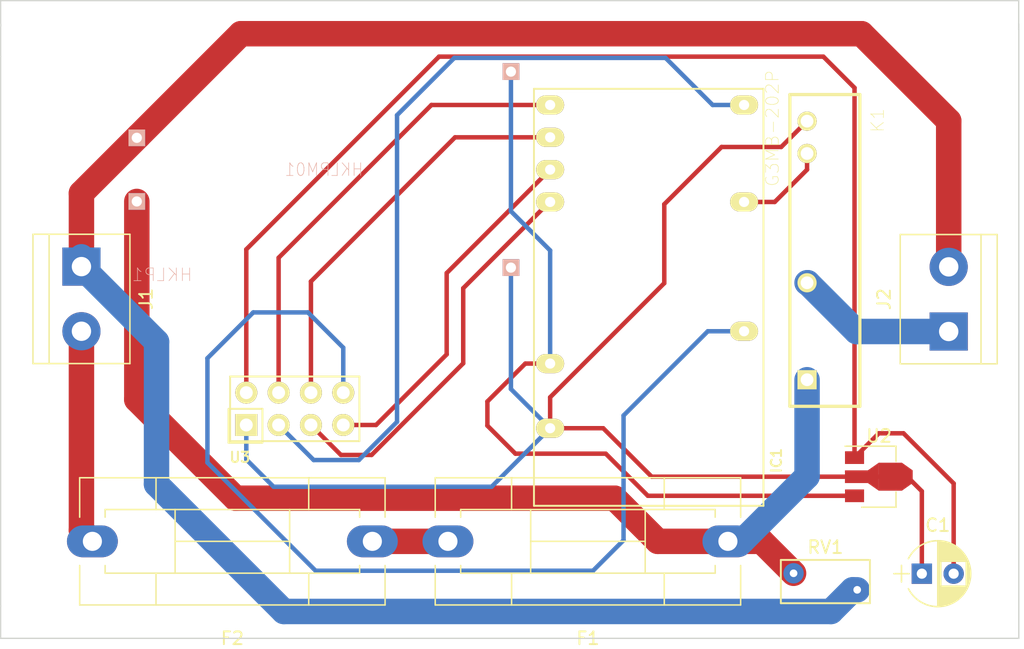
<source format=kicad_pcb>
(kicad_pcb (version 4) (host pcbnew 4.0.7-e2-6376~60~ubuntu17.10.1)

  (general
    (links 28)
    (no_connects 0)
    (area 31.699999 67.949999 112.405 119.185)
    (thickness 1.6)
    (drawings 8)
    (tracks 106)
    (zones 0)
    (modules 11)
    (nets 16)
  )

  (page A4)
  (layers
    (0 F.Cu signal)
    (31 B.Cu signal)
    (32 B.Adhes user)
    (33 F.Adhes user)
    (34 B.Paste user)
    (35 F.Paste user)
    (36 B.SilkS user)
    (37 F.SilkS user)
    (38 B.Mask user)
    (39 F.Mask user)
    (40 Dwgs.User user)
    (41 Cmts.User user)
    (42 Eco1.User user)
    (43 Eco2.User user)
    (44 Edge.Cuts user)
    (45 Margin user)
    (46 B.CrtYd user)
    (47 F.CrtYd user)
    (48 B.Fab user)
    (49 F.Fab user)
  )

  (setup
    (last_trace_width 0.35)
    (user_trace_width 0.35)
    (user_trace_width 2)
    (trace_clearance 0.2)
    (zone_clearance 0.508)
    (zone_45_only no)
    (trace_min 0.2)
    (segment_width 0.2)
    (edge_width 0.1)
    (via_size 0.6)
    (via_drill 0.4)
    (via_min_size 0.4)
    (via_min_drill 0.3)
    (uvia_size 0.3)
    (uvia_drill 0.1)
    (uvias_allowed no)
    (uvia_min_size 0.2)
    (uvia_min_drill 0.1)
    (pcb_text_width 0.3)
    (pcb_text_size 1.5 1.5)
    (mod_edge_width 0.15)
    (mod_text_size 1 1)
    (mod_text_width 0.15)
    (pad_size 1.5 1.5)
    (pad_drill 0.6)
    (pad_to_mask_clearance 0)
    (aux_axis_origin 0 0)
    (visible_elements FFFFFF7F)
    (pcbplotparams
      (layerselection 0x01030_80000001)
      (usegerberextensions false)
      (excludeedgelayer true)
      (linewidth 0.100000)
      (plotframeref false)
      (viasonmask false)
      (mode 1)
      (useauxorigin false)
      (hpglpennumber 1)
      (hpglpenspeed 20)
      (hpglpendiameter 15)
      (hpglpenoverlay 2)
      (psnegative false)
      (psa4output false)
      (plotreference true)
      (plotvalue true)
      (plotinvisibletext false)
      (padsonsilk false)
      (subtractmaskfromsilk false)
      (outputformat 1)
      (mirror false)
      (drillshape 0)
      (scaleselection 1)
      (outputdirectory Gerber/))
  )

  (net 0 "")
  (net 1 "Net-(C1-Pad1)")
  (net 2 "Net-(C1-Pad2)")
  (net 3 "Net-(F1-Pad2)")
  (net 4 "Net-(F1-Pad1)")
  (net 5 "Net-(F2-Pad2)")
  (net 6 "Net-(HKLP1-PadP$2)")
  (net 7 "Net-(HKLP1-PadP$4)")
  (net 8 /a2)
  (net 9 "Net-(IC1-Pad9)")
  (net 10 /a3)
  (net 11 /a1)
  (net 12 /a5)
  (net 13 /a4)
  (net 14 /a6)
  (net 15 "Net-(J2-Pad1)")

  (net_class Default "Esta es la clase de red por defecto."
    (clearance 0.2)
    (trace_width 0.25)
    (via_dia 0.6)
    (via_drill 0.4)
    (uvia_dia 0.3)
    (uvia_drill 0.1)
    (add_net /a1)
    (add_net /a2)
    (add_net /a3)
    (add_net /a4)
    (add_net /a5)
    (add_net /a6)
    (add_net "Net-(C1-Pad1)")
    (add_net "Net-(C1-Pad2)")
    (add_net "Net-(F1-Pad1)")
    (add_net "Net-(F1-Pad2)")
    (add_net "Net-(F2-Pad2)")
    (add_net "Net-(HKLP1-PadP$2)")
    (add_net "Net-(HKLP1-PadP$4)")
    (add_net "Net-(IC1-Pad9)")
    (add_net "Net-(J2-Pad1)")
  )

  (net_class 220 ""
    (clearance 0.2)
    (trace_width 0.75)
    (via_dia 0.6)
    (via_drill 0.4)
    (uvia_dia 0.3)
    (uvia_drill 0.1)
  )

  (module Capacitors_THT:CP_Radial_D5.0mm_P2.50mm (layer F.Cu) (tedit 597BC7C2) (tstamp 5A4E7D92)
    (at 104.14 113.03)
    (descr "CP, Radial series, Radial, pin pitch=2.50mm, , diameter=5mm, Electrolytic Capacitor")
    (tags "CP Radial series Radial pin pitch 2.50mm  diameter 5mm Electrolytic Capacitor")
    (path /5A1F4CD8)
    (fp_text reference C1 (at 1.25 -3.81) (layer F.SilkS)
      (effects (font (size 1 1) (thickness 0.15)))
    )
    (fp_text value CP1 (at 1.25 3.81) (layer F.Fab)
      (effects (font (size 1 1) (thickness 0.15)))
    )
    (fp_arc (start 1.25 0) (end -1.05558 -1.18) (angle 125.8) (layer F.SilkS) (width 0.12))
    (fp_arc (start 1.25 0) (end -1.05558 1.18) (angle -125.8) (layer F.SilkS) (width 0.12))
    (fp_arc (start 1.25 0) (end 3.55558 -1.18) (angle 54.2) (layer F.SilkS) (width 0.12))
    (fp_circle (center 1.25 0) (end 3.75 0) (layer F.Fab) (width 0.1))
    (fp_line (start -2.2 0) (end -1 0) (layer F.Fab) (width 0.1))
    (fp_line (start -1.6 -0.65) (end -1.6 0.65) (layer F.Fab) (width 0.1))
    (fp_line (start 1.25 -2.55) (end 1.25 2.55) (layer F.SilkS) (width 0.12))
    (fp_line (start 1.29 -2.55) (end 1.29 2.55) (layer F.SilkS) (width 0.12))
    (fp_line (start 1.33 -2.549) (end 1.33 2.549) (layer F.SilkS) (width 0.12))
    (fp_line (start 1.37 -2.548) (end 1.37 2.548) (layer F.SilkS) (width 0.12))
    (fp_line (start 1.41 -2.546) (end 1.41 2.546) (layer F.SilkS) (width 0.12))
    (fp_line (start 1.45 -2.543) (end 1.45 2.543) (layer F.SilkS) (width 0.12))
    (fp_line (start 1.49 -2.539) (end 1.49 2.539) (layer F.SilkS) (width 0.12))
    (fp_line (start 1.53 -2.535) (end 1.53 -0.98) (layer F.SilkS) (width 0.12))
    (fp_line (start 1.53 0.98) (end 1.53 2.535) (layer F.SilkS) (width 0.12))
    (fp_line (start 1.57 -2.531) (end 1.57 -0.98) (layer F.SilkS) (width 0.12))
    (fp_line (start 1.57 0.98) (end 1.57 2.531) (layer F.SilkS) (width 0.12))
    (fp_line (start 1.61 -2.525) (end 1.61 -0.98) (layer F.SilkS) (width 0.12))
    (fp_line (start 1.61 0.98) (end 1.61 2.525) (layer F.SilkS) (width 0.12))
    (fp_line (start 1.65 -2.519) (end 1.65 -0.98) (layer F.SilkS) (width 0.12))
    (fp_line (start 1.65 0.98) (end 1.65 2.519) (layer F.SilkS) (width 0.12))
    (fp_line (start 1.69 -2.513) (end 1.69 -0.98) (layer F.SilkS) (width 0.12))
    (fp_line (start 1.69 0.98) (end 1.69 2.513) (layer F.SilkS) (width 0.12))
    (fp_line (start 1.73 -2.506) (end 1.73 -0.98) (layer F.SilkS) (width 0.12))
    (fp_line (start 1.73 0.98) (end 1.73 2.506) (layer F.SilkS) (width 0.12))
    (fp_line (start 1.77 -2.498) (end 1.77 -0.98) (layer F.SilkS) (width 0.12))
    (fp_line (start 1.77 0.98) (end 1.77 2.498) (layer F.SilkS) (width 0.12))
    (fp_line (start 1.81 -2.489) (end 1.81 -0.98) (layer F.SilkS) (width 0.12))
    (fp_line (start 1.81 0.98) (end 1.81 2.489) (layer F.SilkS) (width 0.12))
    (fp_line (start 1.85 -2.48) (end 1.85 -0.98) (layer F.SilkS) (width 0.12))
    (fp_line (start 1.85 0.98) (end 1.85 2.48) (layer F.SilkS) (width 0.12))
    (fp_line (start 1.89 -2.47) (end 1.89 -0.98) (layer F.SilkS) (width 0.12))
    (fp_line (start 1.89 0.98) (end 1.89 2.47) (layer F.SilkS) (width 0.12))
    (fp_line (start 1.93 -2.46) (end 1.93 -0.98) (layer F.SilkS) (width 0.12))
    (fp_line (start 1.93 0.98) (end 1.93 2.46) (layer F.SilkS) (width 0.12))
    (fp_line (start 1.971 -2.448) (end 1.971 -0.98) (layer F.SilkS) (width 0.12))
    (fp_line (start 1.971 0.98) (end 1.971 2.448) (layer F.SilkS) (width 0.12))
    (fp_line (start 2.011 -2.436) (end 2.011 -0.98) (layer F.SilkS) (width 0.12))
    (fp_line (start 2.011 0.98) (end 2.011 2.436) (layer F.SilkS) (width 0.12))
    (fp_line (start 2.051 -2.424) (end 2.051 -0.98) (layer F.SilkS) (width 0.12))
    (fp_line (start 2.051 0.98) (end 2.051 2.424) (layer F.SilkS) (width 0.12))
    (fp_line (start 2.091 -2.41) (end 2.091 -0.98) (layer F.SilkS) (width 0.12))
    (fp_line (start 2.091 0.98) (end 2.091 2.41) (layer F.SilkS) (width 0.12))
    (fp_line (start 2.131 -2.396) (end 2.131 -0.98) (layer F.SilkS) (width 0.12))
    (fp_line (start 2.131 0.98) (end 2.131 2.396) (layer F.SilkS) (width 0.12))
    (fp_line (start 2.171 -2.382) (end 2.171 -0.98) (layer F.SilkS) (width 0.12))
    (fp_line (start 2.171 0.98) (end 2.171 2.382) (layer F.SilkS) (width 0.12))
    (fp_line (start 2.211 -2.366) (end 2.211 -0.98) (layer F.SilkS) (width 0.12))
    (fp_line (start 2.211 0.98) (end 2.211 2.366) (layer F.SilkS) (width 0.12))
    (fp_line (start 2.251 -2.35) (end 2.251 -0.98) (layer F.SilkS) (width 0.12))
    (fp_line (start 2.251 0.98) (end 2.251 2.35) (layer F.SilkS) (width 0.12))
    (fp_line (start 2.291 -2.333) (end 2.291 -0.98) (layer F.SilkS) (width 0.12))
    (fp_line (start 2.291 0.98) (end 2.291 2.333) (layer F.SilkS) (width 0.12))
    (fp_line (start 2.331 -2.315) (end 2.331 -0.98) (layer F.SilkS) (width 0.12))
    (fp_line (start 2.331 0.98) (end 2.331 2.315) (layer F.SilkS) (width 0.12))
    (fp_line (start 2.371 -2.296) (end 2.371 -0.98) (layer F.SilkS) (width 0.12))
    (fp_line (start 2.371 0.98) (end 2.371 2.296) (layer F.SilkS) (width 0.12))
    (fp_line (start 2.411 -2.276) (end 2.411 -0.98) (layer F.SilkS) (width 0.12))
    (fp_line (start 2.411 0.98) (end 2.411 2.276) (layer F.SilkS) (width 0.12))
    (fp_line (start 2.451 -2.256) (end 2.451 -0.98) (layer F.SilkS) (width 0.12))
    (fp_line (start 2.451 0.98) (end 2.451 2.256) (layer F.SilkS) (width 0.12))
    (fp_line (start 2.491 -2.234) (end 2.491 -0.98) (layer F.SilkS) (width 0.12))
    (fp_line (start 2.491 0.98) (end 2.491 2.234) (layer F.SilkS) (width 0.12))
    (fp_line (start 2.531 -2.212) (end 2.531 -0.98) (layer F.SilkS) (width 0.12))
    (fp_line (start 2.531 0.98) (end 2.531 2.212) (layer F.SilkS) (width 0.12))
    (fp_line (start 2.571 -2.189) (end 2.571 -0.98) (layer F.SilkS) (width 0.12))
    (fp_line (start 2.571 0.98) (end 2.571 2.189) (layer F.SilkS) (width 0.12))
    (fp_line (start 2.611 -2.165) (end 2.611 -0.98) (layer F.SilkS) (width 0.12))
    (fp_line (start 2.611 0.98) (end 2.611 2.165) (layer F.SilkS) (width 0.12))
    (fp_line (start 2.651 -2.14) (end 2.651 -0.98) (layer F.SilkS) (width 0.12))
    (fp_line (start 2.651 0.98) (end 2.651 2.14) (layer F.SilkS) (width 0.12))
    (fp_line (start 2.691 -2.113) (end 2.691 -0.98) (layer F.SilkS) (width 0.12))
    (fp_line (start 2.691 0.98) (end 2.691 2.113) (layer F.SilkS) (width 0.12))
    (fp_line (start 2.731 -2.086) (end 2.731 -0.98) (layer F.SilkS) (width 0.12))
    (fp_line (start 2.731 0.98) (end 2.731 2.086) (layer F.SilkS) (width 0.12))
    (fp_line (start 2.771 -2.058) (end 2.771 -0.98) (layer F.SilkS) (width 0.12))
    (fp_line (start 2.771 0.98) (end 2.771 2.058) (layer F.SilkS) (width 0.12))
    (fp_line (start 2.811 -2.028) (end 2.811 -0.98) (layer F.SilkS) (width 0.12))
    (fp_line (start 2.811 0.98) (end 2.811 2.028) (layer F.SilkS) (width 0.12))
    (fp_line (start 2.851 -1.997) (end 2.851 -0.98) (layer F.SilkS) (width 0.12))
    (fp_line (start 2.851 0.98) (end 2.851 1.997) (layer F.SilkS) (width 0.12))
    (fp_line (start 2.891 -1.965) (end 2.891 -0.98) (layer F.SilkS) (width 0.12))
    (fp_line (start 2.891 0.98) (end 2.891 1.965) (layer F.SilkS) (width 0.12))
    (fp_line (start 2.931 -1.932) (end 2.931 -0.98) (layer F.SilkS) (width 0.12))
    (fp_line (start 2.931 0.98) (end 2.931 1.932) (layer F.SilkS) (width 0.12))
    (fp_line (start 2.971 -1.897) (end 2.971 -0.98) (layer F.SilkS) (width 0.12))
    (fp_line (start 2.971 0.98) (end 2.971 1.897) (layer F.SilkS) (width 0.12))
    (fp_line (start 3.011 -1.861) (end 3.011 -0.98) (layer F.SilkS) (width 0.12))
    (fp_line (start 3.011 0.98) (end 3.011 1.861) (layer F.SilkS) (width 0.12))
    (fp_line (start 3.051 -1.823) (end 3.051 -0.98) (layer F.SilkS) (width 0.12))
    (fp_line (start 3.051 0.98) (end 3.051 1.823) (layer F.SilkS) (width 0.12))
    (fp_line (start 3.091 -1.783) (end 3.091 -0.98) (layer F.SilkS) (width 0.12))
    (fp_line (start 3.091 0.98) (end 3.091 1.783) (layer F.SilkS) (width 0.12))
    (fp_line (start 3.131 -1.742) (end 3.131 -0.98) (layer F.SilkS) (width 0.12))
    (fp_line (start 3.131 0.98) (end 3.131 1.742) (layer F.SilkS) (width 0.12))
    (fp_line (start 3.171 -1.699) (end 3.171 -0.98) (layer F.SilkS) (width 0.12))
    (fp_line (start 3.171 0.98) (end 3.171 1.699) (layer F.SilkS) (width 0.12))
    (fp_line (start 3.211 -1.654) (end 3.211 -0.98) (layer F.SilkS) (width 0.12))
    (fp_line (start 3.211 0.98) (end 3.211 1.654) (layer F.SilkS) (width 0.12))
    (fp_line (start 3.251 -1.606) (end 3.251 -0.98) (layer F.SilkS) (width 0.12))
    (fp_line (start 3.251 0.98) (end 3.251 1.606) (layer F.SilkS) (width 0.12))
    (fp_line (start 3.291 -1.556) (end 3.291 -0.98) (layer F.SilkS) (width 0.12))
    (fp_line (start 3.291 0.98) (end 3.291 1.556) (layer F.SilkS) (width 0.12))
    (fp_line (start 3.331 -1.504) (end 3.331 -0.98) (layer F.SilkS) (width 0.12))
    (fp_line (start 3.331 0.98) (end 3.331 1.504) (layer F.SilkS) (width 0.12))
    (fp_line (start 3.371 -1.448) (end 3.371 -0.98) (layer F.SilkS) (width 0.12))
    (fp_line (start 3.371 0.98) (end 3.371 1.448) (layer F.SilkS) (width 0.12))
    (fp_line (start 3.411 -1.39) (end 3.411 -0.98) (layer F.SilkS) (width 0.12))
    (fp_line (start 3.411 0.98) (end 3.411 1.39) (layer F.SilkS) (width 0.12))
    (fp_line (start 3.451 -1.327) (end 3.451 -0.98) (layer F.SilkS) (width 0.12))
    (fp_line (start 3.451 0.98) (end 3.451 1.327) (layer F.SilkS) (width 0.12))
    (fp_line (start 3.491 -1.261) (end 3.491 1.261) (layer F.SilkS) (width 0.12))
    (fp_line (start 3.531 -1.189) (end 3.531 1.189) (layer F.SilkS) (width 0.12))
    (fp_line (start 3.571 -1.112) (end 3.571 1.112) (layer F.SilkS) (width 0.12))
    (fp_line (start 3.611 -1.028) (end 3.611 1.028) (layer F.SilkS) (width 0.12))
    (fp_line (start 3.651 -0.934) (end 3.651 0.934) (layer F.SilkS) (width 0.12))
    (fp_line (start 3.691 -0.829) (end 3.691 0.829) (layer F.SilkS) (width 0.12))
    (fp_line (start 3.731 -0.707) (end 3.731 0.707) (layer F.SilkS) (width 0.12))
    (fp_line (start 3.771 -0.559) (end 3.771 0.559) (layer F.SilkS) (width 0.12))
    (fp_line (start 3.811 -0.354) (end 3.811 0.354) (layer F.SilkS) (width 0.12))
    (fp_line (start -2.2 0) (end -1 0) (layer F.SilkS) (width 0.12))
    (fp_line (start -1.6 -0.65) (end -1.6 0.65) (layer F.SilkS) (width 0.12))
    (fp_line (start -1.6 -2.85) (end -1.6 2.85) (layer F.CrtYd) (width 0.05))
    (fp_line (start -1.6 2.85) (end 4.1 2.85) (layer F.CrtYd) (width 0.05))
    (fp_line (start 4.1 2.85) (end 4.1 -2.85) (layer F.CrtYd) (width 0.05))
    (fp_line (start 4.1 -2.85) (end -1.6 -2.85) (layer F.CrtYd) (width 0.05))
    (fp_text user %R (at 1.25 0) (layer F.Fab)
      (effects (font (size 1 1) (thickness 0.15)))
    )
    (pad 1 thru_hole rect (at 0 0) (size 1.6 1.6) (drill 0.8) (layers *.Cu *.Mask)
      (net 1 "Net-(C1-Pad1)"))
    (pad 2 thru_hole circle (at 2.5 0) (size 1.6 1.6) (drill 0.8) (layers *.Cu *.Mask)
      (net 2 "Net-(C1-Pad2)"))
    (model ${KISYS3DMOD}/Capacitors_THT.3dshapes/CP_Radial_D5.0mm_P2.50mm.wrl
      (at (xyz 0 0 0))
      (scale (xyz 1 1 1))
      (rotate (xyz 0 0 0))
    )
  )

  (module Fuse_Holders_and_Fuses:Fuseholder5x20_horiz_SemiClosed_Casing10x25mm (layer F.Cu) (tedit 5880C4BF) (tstamp 5A4E7D98)
    (at 88.9 110.49 180)
    (descr "Fuseholder, 5x20, Semi closed, horizontal, Casing 10x25mm,")
    (tags "Fuseholder 5x20 Semi closed horizontal Casing 10x25mm Sicherungshalter halbgeschlossen ")
    (path /5A17AC9F)
    (fp_text reference F1 (at 11 -7.62 180) (layer F.SilkS)
      (effects (font (size 1 1) (thickness 0.15)))
    )
    (fp_text value Fusible (at 12.27 7.62 180) (layer F.Fab)
      (effects (font (size 1 1) (thickness 0.15)))
    )
    (fp_line (start 5 2.5) (end 5 4.9) (layer F.Fab) (width 0.1))
    (fp_line (start 17 -2.5) (end 17 -4.9) (layer F.Fab) (width 0.1))
    (fp_line (start 17 2.5) (end 17 4.95) (layer F.Fab) (width 0.1))
    (fp_line (start 15.5 -2.5) (end 15.5 2.5) (layer F.Fab) (width 0.1))
    (fp_line (start 6.5 0) (end 15.5 0) (layer F.Fab) (width 0.1))
    (fp_line (start 6.5 -2.5) (end 6.5 2.5) (layer F.Fab) (width 0.1))
    (fp_line (start 5 -4.9) (end 5 -2.5) (layer F.Fab) (width 0.1))
    (fp_line (start 1 -2.5) (end 1 2.5) (layer F.Fab) (width 0.1))
    (fp_line (start 1 2.5) (end 21 2.5) (layer F.Fab) (width 0.1))
    (fp_line (start 21 2.5) (end 21 -2.5) (layer F.Fab) (width 0.1))
    (fp_line (start 21 -2.5) (end 1 -2.5) (layer F.Fab) (width 0.1))
    (fp_line (start -0.9 -4.9) (end -0.9 4.9) (layer F.Fab) (width 0.1))
    (fp_line (start -0.9 4.9) (end 22.9 4.9) (layer F.Fab) (width 0.1))
    (fp_line (start 22.9 4.9) (end 22.9 -4.9) (layer F.Fab) (width 0.1))
    (fp_line (start 22.9 -4.9) (end -0.9 -4.9) (layer F.Fab) (width 0.1))
    (fp_line (start 5 -2.5) (end 5 -5) (layer F.SilkS) (width 0.12))
    (fp_line (start 5 5) (end 5 2.5) (layer F.SilkS) (width 0.12))
    (fp_line (start 17 5) (end 17 2.5) (layer F.SilkS) (width 0.12))
    (fp_line (start 17 -5) (end 17 -2.5) (layer F.SilkS) (width 0.12))
    (fp_line (start 6.5 0) (end 15.5 0) (layer F.SilkS) (width 0.12))
    (fp_line (start 6.5 -2.5) (end 6.5 2.5) (layer F.SilkS) (width 0.12))
    (fp_line (start 15.5 -2.5) (end 15.5 2.5) (layer F.SilkS) (width 0.12))
    (fp_line (start 21 -1.9) (end 21 -2.5) (layer F.SilkS) (width 0.12))
    (fp_line (start 1 1.9) (end 1 2.5) (layer F.SilkS) (width 0.12))
    (fp_line (start 1 2.5) (end 21 2.5) (layer F.SilkS) (width 0.12))
    (fp_line (start 21 2.5) (end 21 1.9) (layer F.SilkS) (width 0.12))
    (fp_line (start 21 -2.5) (end 1 -2.5) (layer F.SilkS) (width 0.12))
    (fp_line (start 1 -2.5) (end 1 -1.9) (layer F.SilkS) (width 0.12))
    (fp_line (start 23 -1.9) (end 23 -5) (layer F.SilkS) (width 0.12))
    (fp_line (start -1 1.9) (end -1 5) (layer F.SilkS) (width 0.12))
    (fp_line (start -1 5) (end 23 5) (layer F.SilkS) (width 0.12))
    (fp_line (start 23 5) (end 23 1.9) (layer F.SilkS) (width 0.12))
    (fp_line (start 23 -5) (end -1 -5) (layer F.SilkS) (width 0.12))
    (fp_line (start -1 -5) (end -1 -1.9) (layer F.SilkS) (width 0.12))
    (fp_line (start -1.5 -5.15) (end 23.5 -5.15) (layer F.CrtYd) (width 0.05))
    (fp_line (start -1.5 -5.15) (end -1.5 5.2) (layer F.CrtYd) (width 0.05))
    (fp_line (start 23.5 5.2) (end 23.5 -5.15) (layer F.CrtYd) (width 0.05))
    (fp_line (start 23.5 5.2) (end -1.5 5.2) (layer F.CrtYd) (width 0.05))
    (pad 2 thru_hole oval (at 22 0 90) (size 2.5 4) (drill 1.5) (layers *.Cu *.Mask)
      (net 3 "Net-(F1-Pad2)"))
    (pad 1 thru_hole oval (at 0 0 90) (size 2.5 4) (drill 1.5) (layers *.Cu *.Mask)
      (net 4 "Net-(F1-Pad1)"))
  )

  (module Fuse_Holders_and_Fuses:Fuseholder5x20_horiz_SemiClosed_Casing10x25mm (layer F.Cu) (tedit 5880C4BF) (tstamp 5A4E7D9E)
    (at 60.96 110.49 180)
    (descr "Fuseholder, 5x20, Semi closed, horizontal, Casing 10x25mm,")
    (tags "Fuseholder 5x20 Semi closed horizontal Casing 10x25mm Sicherungshalter halbgeschlossen ")
    (path /5A17B00C)
    (fp_text reference F2 (at 11 -7.62 180) (layer F.SilkS)
      (effects (font (size 1 1) (thickness 0.15)))
    )
    (fp_text value Termo (at 12.27 7.62 180) (layer F.Fab)
      (effects (font (size 1 1) (thickness 0.15)))
    )
    (fp_line (start 5 2.5) (end 5 4.9) (layer F.Fab) (width 0.1))
    (fp_line (start 17 -2.5) (end 17 -4.9) (layer F.Fab) (width 0.1))
    (fp_line (start 17 2.5) (end 17 4.95) (layer F.Fab) (width 0.1))
    (fp_line (start 15.5 -2.5) (end 15.5 2.5) (layer F.Fab) (width 0.1))
    (fp_line (start 6.5 0) (end 15.5 0) (layer F.Fab) (width 0.1))
    (fp_line (start 6.5 -2.5) (end 6.5 2.5) (layer F.Fab) (width 0.1))
    (fp_line (start 5 -4.9) (end 5 -2.5) (layer F.Fab) (width 0.1))
    (fp_line (start 1 -2.5) (end 1 2.5) (layer F.Fab) (width 0.1))
    (fp_line (start 1 2.5) (end 21 2.5) (layer F.Fab) (width 0.1))
    (fp_line (start 21 2.5) (end 21 -2.5) (layer F.Fab) (width 0.1))
    (fp_line (start 21 -2.5) (end 1 -2.5) (layer F.Fab) (width 0.1))
    (fp_line (start -0.9 -4.9) (end -0.9 4.9) (layer F.Fab) (width 0.1))
    (fp_line (start -0.9 4.9) (end 22.9 4.9) (layer F.Fab) (width 0.1))
    (fp_line (start 22.9 4.9) (end 22.9 -4.9) (layer F.Fab) (width 0.1))
    (fp_line (start 22.9 -4.9) (end -0.9 -4.9) (layer F.Fab) (width 0.1))
    (fp_line (start 5 -2.5) (end 5 -5) (layer F.SilkS) (width 0.12))
    (fp_line (start 5 5) (end 5 2.5) (layer F.SilkS) (width 0.12))
    (fp_line (start 17 5) (end 17 2.5) (layer F.SilkS) (width 0.12))
    (fp_line (start 17 -5) (end 17 -2.5) (layer F.SilkS) (width 0.12))
    (fp_line (start 6.5 0) (end 15.5 0) (layer F.SilkS) (width 0.12))
    (fp_line (start 6.5 -2.5) (end 6.5 2.5) (layer F.SilkS) (width 0.12))
    (fp_line (start 15.5 -2.5) (end 15.5 2.5) (layer F.SilkS) (width 0.12))
    (fp_line (start 21 -1.9) (end 21 -2.5) (layer F.SilkS) (width 0.12))
    (fp_line (start 1 1.9) (end 1 2.5) (layer F.SilkS) (width 0.12))
    (fp_line (start 1 2.5) (end 21 2.5) (layer F.SilkS) (width 0.12))
    (fp_line (start 21 2.5) (end 21 1.9) (layer F.SilkS) (width 0.12))
    (fp_line (start 21 -2.5) (end 1 -2.5) (layer F.SilkS) (width 0.12))
    (fp_line (start 1 -2.5) (end 1 -1.9) (layer F.SilkS) (width 0.12))
    (fp_line (start 23 -1.9) (end 23 -5) (layer F.SilkS) (width 0.12))
    (fp_line (start -1 1.9) (end -1 5) (layer F.SilkS) (width 0.12))
    (fp_line (start -1 5) (end 23 5) (layer F.SilkS) (width 0.12))
    (fp_line (start 23 5) (end 23 1.9) (layer F.SilkS) (width 0.12))
    (fp_line (start 23 -5) (end -1 -5) (layer F.SilkS) (width 0.12))
    (fp_line (start -1 -5) (end -1 -1.9) (layer F.SilkS) (width 0.12))
    (fp_line (start -1.5 -5.15) (end 23.5 -5.15) (layer F.CrtYd) (width 0.05))
    (fp_line (start -1.5 -5.15) (end -1.5 5.2) (layer F.CrtYd) (width 0.05))
    (fp_line (start 23.5 5.2) (end 23.5 -5.15) (layer F.CrtYd) (width 0.05))
    (fp_line (start 23.5 5.2) (end -1.5 5.2) (layer F.CrtYd) (width 0.05))
    (pad 2 thru_hole oval (at 22 0 90) (size 2.5 4) (drill 1.5) (layers *.Cu *.Mask)
      (net 5 "Net-(F2-Pad2)"))
    (pad 1 thru_hole oval (at 0 0 90) (size 2.5 4) (drill 1.5) (layers *.Cu *.Mask)
      (net 3 "Net-(F1-Pad2)"))
  )

  (module HKLPM01:HKLPM01 (layer B.Cu) (tedit 0) (tstamp 5A4E7DA6)
    (at 57.15 81.28)
    (path /5A20A446)
    (fp_text reference HKLP1 (at -12.7162 8.26553) (layer B.SilkS)
      (effects (font (size 1.00128 1.00128) (thickness 0.05)) (justify mirror))
    )
    (fp_text value HKLPM01 (at 0 0) (layer B.SilkS)
      (effects (font (size 1 0.9) (thickness 0.05)) (justify mirror))
    )
    (fp_line (start -17 10.1) (end 17 10.1) (layer Dwgs.User) (width 0.127))
    (fp_line (start 17 10.1) (end 17 -10.1) (layer Dwgs.User) (width 0.127))
    (fp_line (start 17 -10.1) (end -17 -10.1) (layer Dwgs.User) (width 0.127))
    (fp_line (start -17 -10.1) (end -17 10.1) (layer Dwgs.User) (width 0.127))
    (pad P$1 thru_hole rect (at -14.7 2.5) (size 1.308 1.308) (drill 0.8) (layers *.Cu *.Mask B.SilkS)
      (net 4 "Net-(F1-Pad1)"))
    (pad P$2 thru_hole rect (at -14.7 -2.5) (size 1.308 1.308) (drill 0.8) (layers *.Cu *.Mask B.SilkS)
      (net 6 "Net-(HKLP1-PadP$2)"))
    (pad P$3 thru_hole rect (at 14.7 7.7) (size 1.308 1.308) (drill 0.8) (layers *.Cu *.Mask B.SilkS)
      (net 1 "Net-(C1-Pad1)"))
    (pad P$4 thru_hole rect (at 14.7 -7.7) (size 1.308 1.308) (drill 0.8) (layers *.Cu *.Mask B.SilkS)
      (net 7 "Net-(HKLP1-PadP$4)"))
  )

  (module Connectors_Terminal_Blocks:TerminalBlock_bornier-2_P5.08mm (layer F.Cu) (tedit 59FF03AB) (tstamp 5A4E7DCF)
    (at 38.1 88.9 270)
    (descr "simple 2-pin terminal block, pitch 5.08mm, revamped version of bornier2")
    (tags "terminal block bornier2")
    (path /5A17AA23)
    (fp_text reference J1 (at 2.54 -5.08 270) (layer F.SilkS)
      (effects (font (size 1 1) (thickness 0.15)))
    )
    (fp_text value "AC INPUT" (at 2.54 5.08 270) (layer F.Fab)
      (effects (font (size 1 1) (thickness 0.15)))
    )
    (fp_text user %R (at 2.54 0 270) (layer F.Fab)
      (effects (font (size 1 1) (thickness 0.15)))
    )
    (fp_line (start -2.41 2.55) (end 7.49 2.55) (layer F.Fab) (width 0.1))
    (fp_line (start -2.46 -3.75) (end -2.46 3.75) (layer F.Fab) (width 0.1))
    (fp_line (start -2.46 3.75) (end 7.54 3.75) (layer F.Fab) (width 0.1))
    (fp_line (start 7.54 3.75) (end 7.54 -3.75) (layer F.Fab) (width 0.1))
    (fp_line (start 7.54 -3.75) (end -2.46 -3.75) (layer F.Fab) (width 0.1))
    (fp_line (start 7.62 2.54) (end -2.54 2.54) (layer F.SilkS) (width 0.12))
    (fp_line (start 7.62 3.81) (end 7.62 -3.81) (layer F.SilkS) (width 0.12))
    (fp_line (start 7.62 -3.81) (end -2.54 -3.81) (layer F.SilkS) (width 0.12))
    (fp_line (start -2.54 -3.81) (end -2.54 3.81) (layer F.SilkS) (width 0.12))
    (fp_line (start -2.54 3.81) (end 7.62 3.81) (layer F.SilkS) (width 0.12))
    (fp_line (start -2.71 -4) (end 7.79 -4) (layer F.CrtYd) (width 0.05))
    (fp_line (start -2.71 -4) (end -2.71 4) (layer F.CrtYd) (width 0.05))
    (fp_line (start 7.79 4) (end 7.79 -4) (layer F.CrtYd) (width 0.05))
    (fp_line (start 7.79 4) (end -2.71 4) (layer F.CrtYd) (width 0.05))
    (pad 1 thru_hole rect (at 0 0 270) (size 3 3) (drill 1.52) (layers *.Cu *.Mask)
      (net 6 "Net-(HKLP1-PadP$2)"))
    (pad 2 thru_hole circle (at 5.08 0 270) (size 3 3) (drill 1.52) (layers *.Cu *.Mask)
      (net 5 "Net-(F2-Pad2)"))
    (model ${KISYS3DMOD}/Terminal_Blocks.3dshapes/TerminalBlock_bornier-2_P5.08mm.wrl
      (at (xyz 0.1 0 0))
      (scale (xyz 1 1 1))
      (rotate (xyz 0 0 0))
    )
  )

  (module Connectors_Terminal_Blocks:TerminalBlock_bornier-2_P5.08mm (layer F.Cu) (tedit 59FF03AB) (tstamp 5A4E7DD5)
    (at 106.25 94 90)
    (descr "simple 2-pin terminal block, pitch 5.08mm, revamped version of bornier2")
    (tags "terminal block bornier2")
    (path /5A17ABA2)
    (fp_text reference J2 (at 2.54 -5.08 90) (layer F.SilkS)
      (effects (font (size 1 1) (thickness 0.15)))
    )
    (fp_text value "AC OUTPUT" (at 2.54 5.08 90) (layer F.Fab)
      (effects (font (size 1 1) (thickness 0.15)))
    )
    (fp_text user %R (at 2.54 0 90) (layer F.Fab)
      (effects (font (size 1 1) (thickness 0.15)))
    )
    (fp_line (start -2.41 2.55) (end 7.49 2.55) (layer F.Fab) (width 0.1))
    (fp_line (start -2.46 -3.75) (end -2.46 3.75) (layer F.Fab) (width 0.1))
    (fp_line (start -2.46 3.75) (end 7.54 3.75) (layer F.Fab) (width 0.1))
    (fp_line (start 7.54 3.75) (end 7.54 -3.75) (layer F.Fab) (width 0.1))
    (fp_line (start 7.54 -3.75) (end -2.46 -3.75) (layer F.Fab) (width 0.1))
    (fp_line (start 7.62 2.54) (end -2.54 2.54) (layer F.SilkS) (width 0.12))
    (fp_line (start 7.62 3.81) (end 7.62 -3.81) (layer F.SilkS) (width 0.12))
    (fp_line (start 7.62 -3.81) (end -2.54 -3.81) (layer F.SilkS) (width 0.12))
    (fp_line (start -2.54 -3.81) (end -2.54 3.81) (layer F.SilkS) (width 0.12))
    (fp_line (start -2.54 3.81) (end 7.62 3.81) (layer F.SilkS) (width 0.12))
    (fp_line (start -2.71 -4) (end 7.79 -4) (layer F.CrtYd) (width 0.05))
    (fp_line (start -2.71 -4) (end -2.71 4) (layer F.CrtYd) (width 0.05))
    (fp_line (start 7.79 4) (end 7.79 -4) (layer F.CrtYd) (width 0.05))
    (fp_line (start 7.79 4) (end -2.71 4) (layer F.CrtYd) (width 0.05))
    (pad 1 thru_hole rect (at 0 0 90) (size 3 3) (drill 1.52) (layers *.Cu *.Mask)
      (net 15 "Net-(J2-Pad1)"))
    (pad 2 thru_hole circle (at 5.08 0 90) (size 3 3) (drill 1.52) (layers *.Cu *.Mask)
      (net 6 "Net-(HKLP1-PadP$2)"))
    (model ${KISYS3DMOD}/Terminal_Blocks.3dshapes/TerminalBlock_bornier-2_P5.08mm.wrl
      (at (xyz 0.1 0 0))
      (scale (xyz 1 1 1))
      (rotate (xyz 0 0 0))
    )
  )

  (module ReleSSD:RELAY_G3MB-202P (layer F.Cu) (tedit 0) (tstamp 5A4E7DDD)
    (at 96.52 87.63 270)
    (path /5A1799D5)
    (fp_text reference K1 (at -10.2204 -4.13922 270) (layer F.SilkS)
      (effects (font (size 1.00102 1.00102) (thickness 0.05)))
    )
    (fp_text value G3MB-202P (at -9.59088 4.1218 270) (layer F.SilkS)
      (effects (font (size 1.00165 1.00165) (thickness 0.05)))
    )
    (fp_line (start -12.25 2.75) (end 12.25 2.75) (layer F.SilkS) (width 0.254))
    (fp_line (start 12.25 2.75) (end 12.25 -2.75) (layer F.SilkS) (width 0.254))
    (fp_line (start 12.25 -2.75) (end -12.25 -2.75) (layer F.SilkS) (width 0.254))
    (fp_line (start -12.25 -2.75) (end -12.25 2.75) (layer F.SilkS) (width 0.254))
    (fp_line (start -12.75 -3.25) (end 12.75 -3.25) (layer Dwgs.User) (width 0.127))
    (fp_line (start 12.75 -3.25) (end 12.75 3.25) (layer Dwgs.User) (width 0.127))
    (fp_line (start 12.75 3.25) (end -12.75 3.25) (layer Dwgs.User) (width 0.127))
    (fp_line (start -12.75 3.25) (end -12.75 -3.25) (layer Dwgs.User) (width 0.127))
    (pad 4 thru_hole circle (at -10.16 1.4 270) (size 1.508 1.508) (drill 1) (layers *.Cu *.Mask F.SilkS)
      (net 1 "Net-(C1-Pad1)"))
    (pad 3 thru_hole circle (at -7.62 1.4 270) (size 1.508 1.508) (drill 1) (layers *.Cu *.Mask F.SilkS)
      (net 9 "Net-(IC1-Pad9)"))
    (pad 2 thru_hole circle (at 2.54 1.4 270) (size 1.508 1.508) (drill 1) (layers *.Cu *.Mask F.SilkS)
      (net 15 "Net-(J2-Pad1)"))
    (pad 1 thru_hole rect (at 10.16 1.4 270) (size 1.508 1.508) (drill 1) (layers *.Cu *.Mask F.SilkS)
      (net 4 "Net-(F1-Pad1)"))
  )

  (module Varistors:RV_Disc_D7_W3.4_P5 (layer F.Cu) (tedit 5529CAF8) (tstamp 5A4E7DE3)
    (at 99.06 114.3 180)
    (tags "varistor SIOV")
    (path /5A17A43B)
    (fp_text reference RV1 (at 2.5 3.35 180) (layer F.SilkS)
      (effects (font (size 1 1) (thickness 0.15)))
    )
    (fp_text value Varistor (at 2.5 -2.05 180) (layer F.Fab)
      (effects (font (size 1 1) (thickness 0.15)))
    )
    (fp_line (start -1.25 2.6) (end 6.25 2.6) (layer F.CrtYd) (width 0.05))
    (fp_line (start -1.25 -1.3) (end 6.25 -1.3) (layer F.CrtYd) (width 0.05))
    (fp_line (start 6.25 -1.3) (end 6.25 2.6) (layer F.CrtYd) (width 0.05))
    (fp_line (start -1.25 -1.3) (end -1.25 2.6) (layer F.CrtYd) (width 0.05))
    (fp_line (start -1 2.35) (end 6 2.35) (layer F.SilkS) (width 0.15))
    (fp_line (start -1 -1.05) (end 6 -1.05) (layer F.SilkS) (width 0.15))
    (fp_line (start 6 -1.05) (end 6 2.35) (layer F.SilkS) (width 0.15))
    (fp_line (start -1 -1.05) (end -1 2.35) (layer F.SilkS) (width 0.15))
    (pad 1 thru_hole circle (at 0 0 180) (size 1.6 1.6) (drill 0.6) (layers *.Cu *.Mask)
      (net 6 "Net-(HKLP1-PadP$2)"))
    (pad 2 thru_hole circle (at 5 1.3 180) (size 1.6 1.6) (drill 0.6) (layers *.Cu *.Mask)
      (net 4 "Net-(F1-Pad1)"))
  )

  (module TO_SOT_Packages_SMD:SOT-89-3 (layer F.Cu) (tedit 591F0203) (tstamp 5A4E7DED)
    (at 100.33 105.41)
    (descr SOT-89-3)
    (tags SOT-89-3)
    (path /5A1F4637)
    (attr smd)
    (fp_text reference U2 (at 0.45 -3.2) (layer F.SilkS)
      (effects (font (size 1 1) (thickness 0.15)))
    )
    (fp_text value L78L33_SOT89 (at 0.45 3.25) (layer F.Fab)
      (effects (font (size 1 1) (thickness 0.15)))
    )
    (fp_text user %R (at 0.38 0 90) (layer F.Fab)
      (effects (font (size 0.6 0.6) (thickness 0.09)))
    )
    (fp_line (start 1.78 1.2) (end 1.78 2.4) (layer F.SilkS) (width 0.12))
    (fp_line (start 1.78 2.4) (end -0.92 2.4) (layer F.SilkS) (width 0.12))
    (fp_line (start -2.22 -2.4) (end 1.78 -2.4) (layer F.SilkS) (width 0.12))
    (fp_line (start 1.78 -2.4) (end 1.78 -1.2) (layer F.SilkS) (width 0.12))
    (fp_line (start -0.92 -1.51) (end -0.13 -2.3) (layer F.Fab) (width 0.1))
    (fp_line (start 1.68 -2.3) (end 1.68 2.3) (layer F.Fab) (width 0.1))
    (fp_line (start 1.68 2.3) (end -0.92 2.3) (layer F.Fab) (width 0.1))
    (fp_line (start -0.92 2.3) (end -0.92 -1.51) (layer F.Fab) (width 0.1))
    (fp_line (start -0.13 -2.3) (end 1.68 -2.3) (layer F.Fab) (width 0.1))
    (fp_line (start 3.23 -2.55) (end 3.23 2.55) (layer F.CrtYd) (width 0.05))
    (fp_line (start 3.23 -2.55) (end -2.48 -2.55) (layer F.CrtYd) (width 0.05))
    (fp_line (start -2.48 2.55) (end 3.23 2.55) (layer F.CrtYd) (width 0.05))
    (fp_line (start -2.48 2.55) (end -2.48 -2.55) (layer F.CrtYd) (width 0.05))
    (pad 2 smd trapezoid (at 2.667 0 270) (size 1.6 0.85) (rect_delta 0 0.6 ) (layers F.Cu F.Paste F.Mask)
      (net 1 "Net-(C1-Pad1)"))
    (pad 1 smd rect (at -1.48 -1.5 270) (size 1 1.5) (layers F.Cu F.Paste F.Mask)
      (net 2 "Net-(C1-Pad2)"))
    (pad 2 smd rect (at -1.3335 0 270) (size 1 1.8) (layers F.Cu F.Paste F.Mask)
      (net 1 "Net-(C1-Pad1)"))
    (pad 3 smd rect (at -1.48 1.5 270) (size 1 1.5) (layers F.Cu F.Paste F.Mask)
      (net 7 "Net-(HKLP1-PadP$4)"))
    (pad 2 smd rect (at 1.3335 0 270) (size 2.2 1.84) (layers F.Cu F.Paste F.Mask)
      (net 1 "Net-(C1-Pad1)"))
    (pad 2 smd trapezoid (at -0.0762 0 90) (size 1.5 1) (rect_delta 0 0.7 ) (layers F.Cu F.Paste F.Mask)
      (net 1 "Net-(C1-Pad1)"))
    (model ${KISYS3DMOD}/TO_SOT_Packages_SMD.3dshapes/SOT-89-3.wrl
      (at (xyz 0 0 0))
      (scale (xyz 1 1 1))
      (rotate (xyz 0 0 0))
    )
  )

  (module mysensors_radios:NRF24L01 (layer F.Cu) (tedit 5587F36C) (tstamp 5A4E7DF9)
    (at 49.53 102.87 180)
    (descr NRF24L01)
    (tags "nRF 24 NRF24L01 NRF24L01+")
    (path /5A1797CA)
    (fp_text reference U3 (at -1.016 -1.016 180) (layer F.SilkS)
      (effects (font (size 0.8 0.8) (thickness 0.16)))
    )
    (fp_text value NRF24L01 (at -8.382 7.112 180) (layer F.Fab) hide
      (effects (font (size 0.8 0.8) (thickness 0.16)))
    )
    (fp_line (start -15.25 28.8) (end 0 28.8) (layer F.CrtYd) (width 0.15))
    (fp_line (start 0 28.8) (end 0 0) (layer F.CrtYd) (width 0.15))
    (fp_line (start 0 0) (end -15.25 0) (layer F.CrtYd) (width 0.15))
    (fp_line (start -15.25 0) (end -15.25 28.8) (layer F.CrtYd) (width 0.15))
    (fp_line (start -2.794 0.127) (end -0.127 0.127) (layer F.SilkS) (width 0.15))
    (fp_line (start -0.127 0.127) (end -0.127 2.794) (layer F.SilkS) (width 0.15))
    (fp_line (start 0 0) (end -15.25 0) (layer B.CrtYd) (width 0.15))
    (fp_line (start -15.25 0) (end -15.25 28.8) (layer B.CrtYd) (width 0.15))
    (fp_line (start -15.25 28.8) (end 0 28.8) (layer B.CrtYd) (width 0.15))
    (fp_line (start 0 28.8) (end 0 0) (layer B.CrtYd) (width 0.15))
    (fp_line (start -7.874 0.254) (end -10.414 0.254) (layer F.SilkS) (width 0.15))
    (fp_line (start -10.414 0.254) (end -10.414 2.794) (layer F.SilkS) (width 0.15))
    (fp_line (start -2.794 0.254) (end -2.794 2.794) (layer F.SilkS) (width 0.15))
    (fp_line (start -2.794 2.794) (end -0.254 2.794) (layer F.SilkS) (width 0.15))
    (fp_line (start -10.894 -0.226) (end -10.894 5.824) (layer F.CrtYd) (width 0.05))
    (fp_line (start 0.256 -0.226) (end 0.256 5.824) (layer F.CrtYd) (width 0.05))
    (fp_line (start -10.894 -0.226) (end 0.256 -0.226) (layer F.CrtYd) (width 0.05))
    (fp_line (start -10.894 5.824) (end 0.256 5.824) (layer F.CrtYd) (width 0.05))
    (fp_line (start -7.874 0.254) (end -0.254 0.254) (layer F.SilkS) (width 0.15))
    (fp_line (start -0.254 0.254) (end -0.254 5.334) (layer F.SilkS) (width 0.15))
    (fp_line (start -0.254 5.334) (end -10.414 5.334) (layer F.SilkS) (width 0.15))
    (fp_line (start -10.414 5.334) (end -10.414 2.794) (layer F.SilkS) (width 0.15))
    (pad 7 thru_hole oval (at -9.144 1.524 180) (size 1.7272 1.7272) (drill 1.016) (layers *.Cu *.Mask F.SilkS)
      (net 13 /a4))
    (pad 8 thru_hole oval (at -9.144 4.064 180) (size 1.7272 1.7272) (drill 1.016) (layers *.Cu *.Mask F.SilkS)
      (net 8 /a2))
    (pad 5 thru_hole oval (at -6.604 1.524 180) (size 1.7272 1.7272) (drill 1.016) (layers *.Cu *.Mask F.SilkS)
      (net 14 /a6))
    (pad 6 thru_hole oval (at -6.604 4.064 180) (size 1.7272 1.7272) (drill 1.016) (layers *.Cu *.Mask F.SilkS)
      (net 12 /a5))
    (pad 3 thru_hole oval (at -4.064 1.524 180) (size 1.7272 1.7272) (drill 1.016) (layers *.Cu *.Mask F.SilkS)
      (net 10 /a3))
    (pad 4 thru_hole oval (at -4.064 4.064 180) (size 1.7272 1.7272) (drill 1.016) (layers *.Cu *.Mask F.SilkS)
      (net 11 /a1))
    (pad 1 thru_hole rect (at -1.524 1.524 180) (size 1.7272 1.7272) (drill 1.016) (layers *.Cu *.Mask F.SilkS)
      (net 1 "Net-(C1-Pad1)"))
    (pad 2 thru_hole oval (at -1.524 4.064 180) (size 1.7272 1.7272) (drill 1.016) (layers *.Cu *.Mask F.SilkS)
      (net 2 "Net-(C1-Pad2)"))
    (model Socket_Strips.3dshapes/Socket_Strip_Straight_2x04.wrl
      (at (xyz -0.21 -0.11 0))
      (scale (xyz 1 1 1))
      (rotate (xyz 0 0 0))
    )
    (model Pin_Headers.3dshapes/Pin_Header_Straight_2x04.wrl
      (at (xyz -0.21 -0.11 0.442))
      (scale (xyz 1 1 1))
      (rotate (xyz 0 180 0))
    )
    (model ${MYSLOCAL}/mysensors.3dshapes/mysensors_radios.3dshapes/nrf24l01.wrl
      (at (xyz -0.3 -0.5669999999999999 0.475))
      (scale (xyz 0.395 0.395 0.395))
      (rotate (xyz 0 0 0))
    )
    (model Housings_DFN_QFN.3dshapes/QFN-20-1EP_4x4mm_Pitch0.5mm.wrl
      (at (xyz -0.22 -0.51 0.509))
      (scale (xyz 1 1 1))
      (rotate (xyz 0 0 0))
    )
    (model ${MYSLOCAL}/mysensors.3dshapes/w.lain.3dshapes/crystal/crystal_hc-49s.wrl
      (at (xyz -0.5 -0.475 0.51))
      (scale (xyz 1 1 1))
      (rotate (xyz 0 0 90))
    )
  )

  (module ProMiniLDH_PCB:pro_mini_LDH (layer F.Cu) (tedit 5A4ED173) (tstamp 5A4E7DC9)
    (at 82.55 90.17 90)
    (descr "IC, ARDUINO_PRO_MINI x 0,6\"")
    (tags "DIL ARDUINO PRO MINI")
    (path /5A1796D5)
    (fp_text reference IC1 (at -13.97 10.16 90) (layer F.SilkS)
      (effects (font (size 0.8 0.8) (thickness 0.16)))
    )
    (fp_text value ArduinoProMini (at 0 0 90) (layer F.Fab) hide
      (effects (font (size 0.8 0.8) (thickness 0.16)))
    )
    (fp_line (start 15.24 9.144) (end 15.24 -8.89) (layer F.SilkS) (width 0.15))
    (fp_line (start -17.526 -8.89) (end -17.526 9.144) (layer F.SilkS) (width 0.15))
    (fp_line (start 15.24 9.144) (end -17.526 9.144) (layer F.SilkS) (width 0.15))
    (fp_line (start -17.526 -8.89) (end 15.24 -8.89) (layer F.SilkS) (width 0.15))
    (pad 5 thru_hole oval (at -3.81 7.62 90) (size 1.50114 2.19964) (drill 0.8001) (layers *.Cu *.Mask F.SilkS)
      (net 8 /a2))
    (pad 9 thru_hole oval (at 6.35 7.62 90) (size 1.50114 2.19964) (drill 0.8001) (layers *.Cu *.Mask F.SilkS)
      (net 9 "Net-(IC1-Pad9)"))
    (pad 12 thru_hole oval (at 13.97 7.62 90) (size 1.50114 2.19964) (drill 0.8001) (layers *.Cu *.Mask F.SilkS)
      (net 10 /a3))
    (pad 13 thru_hole oval (at 13.97 -7.62 90) (size 1.50114 2.19964) (drill 0.8001) (layers *.Cu *.Mask F.SilkS)
      (net 11 /a1))
    (pad 14 thru_hole oval (at 11.43 -7.62 90) (size 1.50114 2.19964) (drill 0.8001) (layers *.Cu *.Mask F.SilkS)
      (net 12 /a5))
    (pad 15 thru_hole oval (at 8.89 -7.62 90) (size 1.50114 2.19964) (drill 0.8001) (layers *.Cu *.Mask F.SilkS)
      (net 13 /a4))
    (pad 16 thru_hole oval (at 6.35 -7.62 90) (size 1.50114 2.19964) (drill 0.8001) (layers *.Cu *.Mask F.SilkS)
      (net 14 /a6))
    (pad 21 thru_hole oval (at -6.35 -7.62 90) (size 1.50114 2.19964) (drill 0.8001) (layers *.Cu *.Mask F.SilkS)
      (net 7 "Net-(HKLP1-PadP$4)"))
    (pad 23 thru_hole oval (at -11.43 -7.62 90) (size 1.50114 2.19964) (drill 0.8001) (layers *.Cu *.Mask F.SilkS)
      (net 1 "Net-(C1-Pad1)"))
    (model Socket_Strips.3dshapes/Socket_Strip_Straight_1x02.wrl
      (at (xyz -0.15 0.2 0))
      (scale (xyz 1 1 1))
      (rotate (xyz 0 0 0))
    )
    (model Socket_Strips.3dshapes/Socket_Strip_Straight_1x03.wrl
      (at (xyz 0.55 0.1 0))
      (scale (xyz 1 1 1))
      (rotate (xyz 0 0 90))
    )
    (model Socket_Strips.3dshapes/Socket_Strip_Straight_1x12.wrl
      (at (xyz 0 0.3 0))
      (scale (xyz 1 1 1))
      (rotate (xyz 0 0 0))
    )
    (model Socket_Strips.3dshapes/Socket_Strip_Straight_1x12.wrl
      (at (xyz 0 -0.3 0))
      (scale (xyz 1 1 1))
      (rotate (xyz 0 0 0))
    )
    (model Socket_Strips.3dshapes/Socket_Strip_Straight_1x02.wrl
      (at (xyz 0.25 0.2 0))
      (scale (xyz 1 1 1))
      (rotate (xyz 0 0 0))
    )
    (model ${MYSLOCAL}/mysensors.3dshapes/mysensors_arduino.3dshapes/arduino_pro_mini.wrl
      (at (xyz -0.05 0 0.48))
      (scale (xyz 0.395 0.395 0.395))
      (rotate (xyz 0 0 180))
    )
    (model SMD_Packages.3dshapes/TQFP-32.wrl
      (at (xyz 0.05 0 0.5125))
      (scale (xyz 1 1 1))
      (rotate (xyz 0 0 315))
    )
    (model Pin_Headers.3dshapes/Pin_Header_Straight_1x12.wrl
      (at (xyz 0 -0.3 0.445))
      (scale (xyz 1 1 1))
      (rotate (xyz 0 180 0))
    )
    (model Pin_Headers.3dshapes/Pin_Header_Straight_1x12.wrl
      (at (xyz 0 0.3 0.445))
      (scale (xyz 1 1 1))
      (rotate (xyz 0 180 0))
    )
    (model Pin_Headers.3dshapes/Pin_Header_Straight_1x03.wrl
      (at (xyz 0.55 0.1 0.445))
      (scale (xyz 1 1 1))
      (rotate (xyz 0 180 90))
    )
    (model Pin_Headers.3dshapes/Pin_Header_Straight_1x02.wrl
      (at (xyz 0.25 0.2 0.445))
      (scale (xyz 1 1 1))
      (rotate (xyz 0 180 0))
    )
    (model Pin_Headers.3dshapes/Pin_Header_Straight_1x02.wrl
      (at (xyz -0.15 0.2 0.445))
      (scale (xyz 1 1 1))
      (rotate (xyz 0 180 0))
    )
    (model ${MYSLOCAL}/mysensors.3dshapes/w.lain.3dshapes/smd_leds/led_0603.wrl
      (at (xyz -0.3 0 0.5125))
      (scale (xyz 1 1 1))
      (rotate (xyz 0 0 0))
    )
    (model ${MYSLOCAL}/mysensors.3dshapes/w.lain.3dshapes/smd_leds/led_0603.wrl
      (at (xyz 0.55 -0.175 0.5125))
      (scale (xyz 1 1 1))
      (rotate (xyz 0 0 0))
    )
    (model Pin_Headers.3dshapes/Pin_Header_Angled_1x06.wrl
      (at (xyz -0.65 0 0.5125))
      (scale (xyz 1 1 1))
      (rotate (xyz 0 0 270))
    )
    (model Resistors_SMD.3dshapes/R_0603.wrl
      (at (xyz -0.3 -0.05 0.5125))
      (scale (xyz 1 1 1))
      (rotate (xyz 0 0 0))
    )
    (model Resistors_SMD.3dshapes/R_0603.wrl
      (at (xyz 0.55 -0.125 0.5125))
      (scale (xyz 1 1 1))
      (rotate (xyz 0 0 0))
    )
    (model Capacitors_SMD.3dshapes/C_0603.wrl
      (at (xyz -0.3 0.05 0.5125))
      (scale (xyz 1 1 1))
      (rotate (xyz 0 0 0))
    )
    (model Capacitors_Tantalum_SMD.3dshapes/TantalC_SizeS_EIA-3216.wrl
      (at (xyz -0.35 0.15 0.5125))
      (scale (xyz 1 1 1))
      (rotate (xyz 0 0 0))
    )
    (model Capacitors_Tantalum_SMD.3dshapes/TantalC_SizeS_EIA-3216.wrl
      (at (xyz -0.35 -0.15 0.5125))
      (scale (xyz 1 1 1))
      (rotate (xyz 0 0 0))
    )
    (model TO_SOT_Packages_SMD.3dshapes/SOT-23-5.wrl
      (at (xyz -0.4 0 0.5125))
      (scale (xyz 1 1 1))
      (rotate (xyz 0 0 90))
    )
    (model Capacitors_SMD.3dshapes/C_1210.wrl
      (at (xyz -0.5 0 0.5125))
      (scale (xyz 1 1 1))
      (rotate (xyz 0 0 90))
    )
  )

  (gr_line (start 111.75 68) (end 111.75 70.25) (angle 90) (layer Edge.Cuts) (width 0.1))
  (gr_line (start 31.75 68) (end 111.75 68) (angle 90) (layer Edge.Cuts) (width 0.1))
  (gr_line (start 31.75 70) (end 31.75 68) (angle 90) (layer Edge.Cuts) (width 0.1))
  (gr_line (start 31.75 69.85) (end 31.75 72.39) (angle 90) (layer Edge.Cuts) (width 0.1))
  (gr_line (start 111.76 118.11) (end 111.76 69.85) (angle 90) (layer Edge.Cuts) (width 0.1))
  (gr_line (start 31.75 118.11) (end 111.76 118.11) (angle 90) (layer Edge.Cuts) (width 0.1))
  (gr_line (start 31.75 115.57) (end 31.75 118.11) (angle 90) (layer Edge.Cuts) (width 0.1))
  (gr_line (start 31.75 72.39) (end 31.75 115.57) (angle 90) (layer Edge.Cuts) (width 0.1))

  (segment (start 74.93 101.6) (end 74.93 99.17) (width 0.35) (layer F.Cu) (net 1))
  (segment (start 93.09 79.5) (end 95.12 77.47) (width 0.35) (layer F.Cu) (net 1) (tstamp 5A4EDA2D))
  (segment (start 88.4 79.5) (end 93.09 79.5) (width 0.35) (layer F.Cu) (net 1) (tstamp 5A4EDA2A))
  (segment (start 83.9 84) (end 88.4 79.5) (width 0.35) (layer F.Cu) (net 1) (tstamp 5A4EDA26))
  (segment (start 83.9 90.2) (end 83.9 84) (width 0.35) (layer F.Cu) (net 1) (tstamp 5A4EDA1F))
  (segment (start 74.93 99.17) (end 83.9 90.2) (width 0.35) (layer F.Cu) (net 1) (tstamp 5A4EDA13))
  (segment (start 71.85 88.98) (end 71.85 98.52) (width 0.35) (layer B.Cu) (net 1))
  (segment (start 71.85 98.52) (end 74.93 101.6) (width 0.35) (layer B.Cu) (net 1) (tstamp 5A4ED9B9))
  (segment (start 102.997 105.41) (end 101.6635 105.41) (width 0.25) (layer F.Cu) (net 1))
  (segment (start 98.9965 105.41) (end 100.2538 105.41) (width 0.25) (layer F.Cu) (net 1))
  (segment (start 102.997 105.41) (end 100.2538 105.41) (width 0.25) (layer F.Cu) (net 1))
  (segment (start 51.054 101.346) (end 51.054 104.054) (width 0.35) (layer B.Cu) (net 1))
  (segment (start 70.33 106.2) (end 74.93 101.6) (width 0.35) (layer B.Cu) (net 1) (tstamp 5A4E9735))
  (segment (start 53.2 106.2) (end 70.33 106.2) (width 0.35) (layer B.Cu) (net 1) (tstamp 5A4E9730))
  (segment (start 51.054 104.054) (end 53.2 106.2) (width 0.35) (layer B.Cu) (net 1) (tstamp 5A4E9723))
  (segment (start 101.6635 105.41) (end 82.91 105.41) (width 0.35) (layer F.Cu) (net 1))
  (segment (start 82.91 105.41) (end 79.1 101.6) (width 0.35) (layer F.Cu) (net 1) (tstamp 5A4E95F1))
  (segment (start 79.1 101.6) (end 74.93 101.6) (width 0.35) (layer F.Cu) (net 1) (tstamp 5A4E95FD))
  (segment (start 104.14 113.03) (end 104.14 106.553) (width 0.35) (layer F.Cu) (net 1))
  (segment (start 104.14 106.553) (end 102.997 105.41) (width 0.35) (layer F.Cu) (net 1) (tstamp 5A4E95C8))
  (segment (start 98.85 103.91) (end 98.85 74.85) (width 0.35) (layer F.Cu) (net 2))
  (segment (start 51.054 87.546) (end 51.054 98.806) (width 0.35) (layer F.Cu) (net 2) (tstamp 5A4E9760))
  (segment (start 66.2 72.4) (end 51.054 87.546) (width 0.35) (layer F.Cu) (net 2) (tstamp 5A4E975D))
  (segment (start 96.4 72.4) (end 66.2 72.4) (width 0.35) (layer F.Cu) (net 2) (tstamp 5A4E9758))
  (segment (start 98.85 74.85) (end 96.4 72.4) (width 0.35) (layer F.Cu) (net 2) (tstamp 5A4E974D))
  (segment (start 106.64 113.03) (end 106.64 105.94) (width 0.35) (layer F.Cu) (net 2))
  (segment (start 100.76 102) (end 98.85 103.91) (width 0.35) (layer F.Cu) (net 2) (tstamp 5A4E95BE))
  (segment (start 102.7 102) (end 100.76 102) (width 0.35) (layer F.Cu) (net 2) (tstamp 5A4E95BC))
  (segment (start 106.64 105.94) (end 102.7 102) (width 0.35) (layer F.Cu) (net 2) (tstamp 5A4E95A9))
  (segment (start 60.96 110.49) (end 66.9 110.49) (width 2) (layer F.Cu) (net 3))
  (segment (start 42.45 83.78) (end 42.45 99.35) (width 2) (layer F.Cu) (net 4))
  (segment (start 83.39 110.49) (end 88.9 110.49) (width 2) (layer F.Cu) (net 4) (tstamp 5A4ED988))
  (segment (start 80 107.1) (end 83.39 110.49) (width 2) (layer F.Cu) (net 4) (tstamp 5A4ED980))
  (segment (start 50.2 107.1) (end 80 107.1) (width 2) (layer F.Cu) (net 4) (tstamp 5A4ED977))
  (segment (start 42.45 99.35) (end 50.2 107.1) (width 2) (layer F.Cu) (net 4) (tstamp 5A4ED965))
  (segment (start 88.9 110.49) (end 90.01 110.49) (width 2) (layer B.Cu) (net 4))
  (segment (start 90.01 110.49) (end 95.12 105.38) (width 2) (layer B.Cu) (net 4) (tstamp 5A4E932E))
  (segment (start 95.12 105.38) (end 95.12 97.79) (width 2) (layer B.Cu) (net 4) (tstamp 5A4E9339))
  (segment (start 88.9 110.49) (end 91.55 110.49) (width 2) (layer F.Cu) (net 4))
  (segment (start 91.55 110.49) (end 94.06 113) (width 2) (layer F.Cu) (net 4) (tstamp 5A4E8FDD))
  (segment (start 38.1 93.98) (end 38.1 109.63) (width 2) (layer F.Cu) (net 5))
  (segment (start 38.1 109.63) (end 38.96 110.49) (width 2) (layer F.Cu) (net 5) (tstamp 5A4E8FAF))
  (segment (start 38.1 88.9) (end 38.1 83.13) (width 2) (layer F.Cu) (net 6))
  (segment (start 106.25 77.45) (end 106.25 88.92) (width 2) (layer F.Cu) (net 6) (tstamp 5A4ED82B))
  (segment (start 99.4 70.6) (end 106.25 77.45) (width 2) (layer F.Cu) (net 6) (tstamp 5A4ED823))
  (segment (start 50.63 70.6) (end 99.4 70.6) (width 2) (layer F.Cu) (net 6) (tstamp 5A4ED820))
  (segment (start 38.1 83.13) (end 42.6 78.63) (width 2) (layer F.Cu) (net 6) (tstamp 5A4ED81E))
  (segment (start 42.6 78.63) (end 50.63 70.6) (width 2) (layer F.Cu) (net 6) (tstamp 5A4ED859))
  (segment (start 38.1 88.9) (end 38.1 88.13) (width 2) (layer B.Cu) (net 6))
  (segment (start 99.06 114.3) (end 98.7 114.3) (width 2) (layer B.Cu) (net 6))
  (segment (start 98.7 114.3) (end 97 116) (width 2) (layer B.Cu) (net 6) (tstamp 5A4E8FEC))
  (segment (start 97 116) (end 54 116) (width 2) (layer B.Cu) (net 6) (tstamp 5A4E900D))
  (segment (start 54 116) (end 44 106) (width 2) (layer B.Cu) (net 6) (tstamp 5A4E9017))
  (segment (start 44 106) (end 44 94.8) (width 2) (layer B.Cu) (net 6) (tstamp 5A4E901E))
  (segment (start 44 94.8) (end 38.1 88.9) (width 2) (layer B.Cu) (net 6) (tstamp 5A4E9020))
  (segment (start 98.85 106.91) (end 82.61 106.91) (width 0.35) (layer F.Cu) (net 7))
  (segment (start 72.98 96.52) (end 74.93 96.52) (width 0.35) (layer F.Cu) (net 7) (tstamp 5A4EDA8E))
  (segment (start 70 99.5) (end 72.98 96.52) (width 0.35) (layer F.Cu) (net 7) (tstamp 5A4EDA8B))
  (segment (start 70 101.4) (end 70 99.5) (width 0.35) (layer F.Cu) (net 7) (tstamp 5A4EDA87))
  (segment (start 72.2 103.6) (end 70 101.4) (width 0.35) (layer F.Cu) (net 7) (tstamp 5A4EDA81))
  (segment (start 79.3 103.6) (end 72.2 103.6) (width 0.35) (layer F.Cu) (net 7) (tstamp 5A4EDA7B))
  (segment (start 82.61 106.91) (end 79.3 103.6) (width 0.35) (layer F.Cu) (net 7) (tstamp 5A4EDA75))
  (segment (start 71.85 73.58) (end 71.85 84.55) (width 0.35) (layer B.Cu) (net 7))
  (segment (start 74.93 87.63) (end 74.93 96.52) (width 0.35) (layer B.Cu) (net 7) (tstamp 5A4ED9AE))
  (segment (start 71.85 84.55) (end 74.93 87.63) (width 0.35) (layer B.Cu) (net 7) (tstamp 5A4ED9A4))
  (segment (start 90.17 93.98) (end 87.32 93.98) (width 0.35) (layer B.Cu) (net 8))
  (segment (start 87.32 93.98) (end 80.7 100.6) (width 0.35) (layer B.Cu) (net 8) (tstamp 5A4ED097))
  (segment (start 80.7 100.6) (end 80.7 110.4) (width 0.35) (layer B.Cu) (net 8) (tstamp 5A4ED09C))
  (segment (start 80.7 110.4) (end 78.3 112.8) (width 0.35) (layer B.Cu) (net 8) (tstamp 5A4ED0A4))
  (segment (start 78.3 112.8) (end 56.5 112.8) (width 0.35) (layer B.Cu) (net 8) (tstamp 5A4ED0B1))
  (segment (start 56.5 112.8) (end 48 104.3) (width 0.35) (layer B.Cu) (net 8) (tstamp 5A4ED0B3))
  (segment (start 48 104.3) (end 48 96.1) (width 0.35) (layer B.Cu) (net 8) (tstamp 5A4ED0B6))
  (segment (start 48 96.1) (end 51.6 92.5) (width 0.35) (layer B.Cu) (net 8) (tstamp 5A4ED0B8))
  (segment (start 51.6 92.5) (end 55.9 92.5) (width 0.35) (layer B.Cu) (net 8) (tstamp 5A4ED0BA))
  (segment (start 55.9 92.5) (end 58.674 95.274) (width 0.35) (layer B.Cu) (net 8) (tstamp 5A4ED0BC))
  (segment (start 58.674 95.274) (end 58.674 98.806) (width 0.35) (layer B.Cu) (net 8) (tstamp 5A4ED0BE))
  (segment (start 95.12 80.01) (end 95.12 81.28) (width 0.35) (layer F.Cu) (net 9))
  (segment (start 92.58 83.82) (end 90.17 83.82) (width 0.35) (layer F.Cu) (net 9) (tstamp 5A4E9662))
  (segment (start 95.12 81.28) (end 92.58 83.82) (width 0.35) (layer F.Cu) (net 9) (tstamp 5A4E965F))
  (segment (start 90.17 76.2) (end 87.7 76.2) (width 0.35) (layer B.Cu) (net 10))
  (segment (start 56.348 104.1) (end 53.594 101.346) (width 0.35) (layer B.Cu) (net 10) (tstamp 5A4E9828))
  (segment (start 59.9 104.1) (end 56.348 104.1) (width 0.35) (layer B.Cu) (net 10) (tstamp 5A4E9826))
  (segment (start 62.9 101.1) (end 59.9 104.1) (width 0.35) (layer B.Cu) (net 10) (tstamp 5A4E9823))
  (segment (start 62.9 77) (end 62.9 101.1) (width 0.35) (layer B.Cu) (net 10) (tstamp 5A4E980F))
  (segment (start 67.4 72.5) (end 62.9 77) (width 0.35) (layer B.Cu) (net 10) (tstamp 5A4E980D))
  (segment (start 84 72.5) (end 67.4 72.5) (width 0.35) (layer B.Cu) (net 10) (tstamp 5A4E980B))
  (segment (start 87.7 76.2) (end 84 72.5) (width 0.35) (layer B.Cu) (net 10) (tstamp 5A4E9803))
  (segment (start 53.594 98.806) (end 53.594 88.206) (width 0.35) (layer F.Cu) (net 11))
  (segment (start 65.6 76.2) (end 74.93 76.2) (width 0.35) (layer F.Cu) (net 11) (tstamp 5A4E9784))
  (segment (start 53.594 88.206) (end 65.6 76.2) (width 0.35) (layer F.Cu) (net 11) (tstamp 5A4E977D))
  (segment (start 56.134 98.806) (end 56.134 90.066) (width 0.35) (layer F.Cu) (net 12))
  (segment (start 67.46 78.74) (end 74.93 78.74) (width 0.35) (layer F.Cu) (net 12) (tstamp 5A4E9796))
  (segment (start 56.134 90.066) (end 67.46 78.74) (width 0.35) (layer F.Cu) (net 12) (tstamp 5A4E9791))
  (segment (start 58.674 101.346) (end 61.254 101.346) (width 0.35) (layer F.Cu) (net 13))
  (segment (start 66.8 89.41) (end 74.93 81.28) (width 0.35) (layer F.Cu) (net 13) (tstamp 5A4E97AA))
  (segment (start 66.8 95.8) (end 66.8 89.41) (width 0.35) (layer F.Cu) (net 13) (tstamp 5A4E97A8))
  (segment (start 61.254 101.346) (end 66.8 95.8) (width 0.35) (layer F.Cu) (net 13) (tstamp 5A4E97A4))
  (segment (start 74.93 83.82) (end 74.88 83.82) (width 0.35) (layer F.Cu) (net 14))
  (segment (start 74.88 83.82) (end 68.1 90.6) (width 0.35) (layer F.Cu) (net 14) (tstamp 5A4E97C0))
  (segment (start 68.1 90.6) (end 68.1 96.5) (width 0.35) (layer F.Cu) (net 14) (tstamp 5A4E97C5))
  (segment (start 68.1 96.5) (end 60.9 103.7) (width 0.35) (layer F.Cu) (net 14) (tstamp 5A4E97CB))
  (segment (start 60.9 103.7) (end 58.488 103.7) (width 0.35) (layer F.Cu) (net 14) (tstamp 5A4E97D1))
  (segment (start 58.488 103.7) (end 56.134 101.346) (width 0.35) (layer F.Cu) (net 14) (tstamp 5A4E97D3))
  (segment (start 95.12 90.17) (end 95.17 90.17) (width 2) (layer B.Cu) (net 15))
  (segment (start 95.17 90.17) (end 99 94) (width 2) (layer B.Cu) (net 15) (tstamp 5A4E934D))
  (segment (start 99 94) (end 106.25 94) (width 2) (layer B.Cu) (net 15) (tstamp 5A4E9352))

)

</source>
